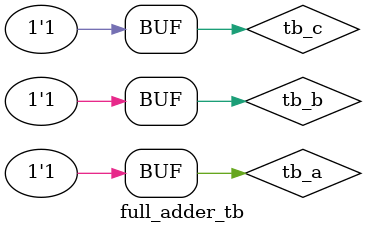
<source format=v>
`include"or_gate.v"
`include"exor_gate.v"
`include"and_gate.v"
`include"half_adder_1.v"
module full_adder(a,b,c,sum,carry);
//directions
       input a,b,c;
       output sum,carry;
       wire w1,w2,w3;
//instansation
    half_adder_1 ha1(
    .a(a),
    .b(b),
    .sum(w1),
    .carry(w2)
    );
    half_adder_1 ha2(
    .a(w1),
    .b(c),
    .sum(sum),
    .carry(w3)
    );
    or_gate or1(
    .a(w2),
    .b(w3),
    .y(carry)
    );
endmodule




//testbench code
module full_adder_tb();
    reg tb_a,tb_b,tb_c;
    wire tb_sum,tb_carry;
    //instantation
    full_adder FA(
        .a(tb_a),
        .b(tb_b),
        .c(tb_c),
        .sum(tb_sum),
        .carry(tb_carry)

    );

        initial begin
            tb_a=0; tb_b=0; tb_c=0; #10;
            tb_a=0; tb_b=0; tb_c=1; #10;
            tb_a=0; tb_b=1; tb_c=0; #10;
            tb_a=0; tb_b=1; tb_c=1; #10;
            tb_a=1; tb_b=0; tb_c=0; #10;
            tb_a=1; tb_b=0; tb_c=1; #10;
            tb_a=1; tb_b=1; tb_c=0; #10;
            tb_a=1; tb_b=1; tb_c=1; #10;
          end
          initial
          $monitor("tb_a=%b tb_b=%b tb_c=%b tb_sum=%b tb_carry=%b time=%t",tb_a,tb_b,tb_c,tb_sum,tb_carry,$time);
          endmodule


           


</source>
